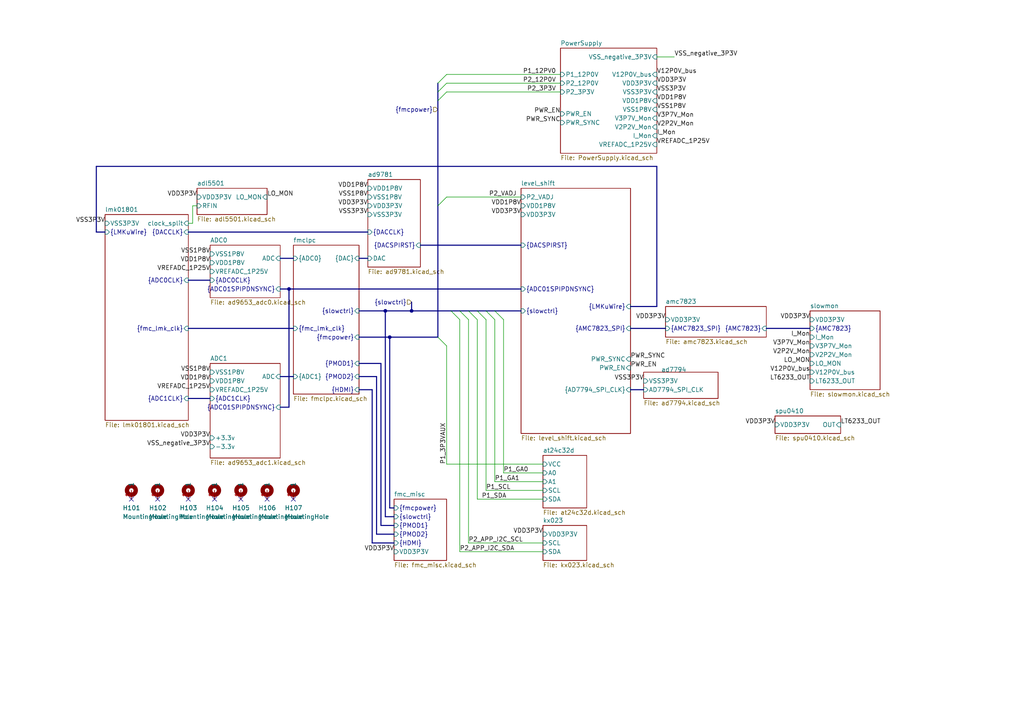
<source format=kicad_sch>
(kicad_sch (version 20231120) (generator "eeschema") (generator_version "8.0")
  (paper "A4")
  (lib_symbols
    (symbol "001_symbol:MountingHole_GH" (pin_names (offset 1.016)) (exclude_from_sim yes) (in_bom no)
      (property "Reference" "H" (at 0 5.08 0))
      (property "Value" "MountingHole_GH" (at 0 3.175 0))
      (symbol "MountingHole_GH_0_1"
        (circle (center 0 0) (radius 1.27) (stroke (width 1.27)))
      )
      (symbol "MountingHole_GH_1_1"
        (pin input line (at 0 -2.54 90) (length 2.54) (name "1") (number "1"))
      )
    )
  )
  (bus_alias "ADC0" (members "ADC0_D0A_N" "ADC0_D0A_P" "ADC0_D0B_N" "ADC0_D0B_P" "ADC0_D0C_N" "ADC0_D0C_P" "ADC0_D0D_N" "ADC0_D0D_P" "ADC0_D1A_N" "ADC0_D1A_P" "ADC0_D1B_N" "ADC0_D1B_P" "ADC0_D1C_N" "ADC0_D1C_P" "ADC0_D1D_N" "ADC0_D1D_P" "ADC0_DCO_N" "ADC0_DCO_P" "ADC0_FCO_N" "ADC0_FCO_P"))
  (bus_alias "ADC01SPIPDNSYNC" (members "ADC0_CSB" "ADC1_CSB" "ADC01_SCLK" "ADC01_SDIO" "ADC01_PDWN" "ADC01_SYNC"))
  (bus_alias "ADC0CLK" (members "ADC0_CLK+" "ADC0_CLK-"))
  (bus_alias "ADC1" (members "ADC1_D0A_N" "ADC1_D0A_P" "ADC1_D0B_N" "ADC1_D0B_P" "ADC1_D0C_N" "ADC1_D0C_P" "ADC1_D0D_N" "ADC1_D0D_P" "ADC1_D1A_N" "ADC1_D1A_P" "ADC1_D1B_N" "ADC1_D1B_P" "ADC1_D1C_N" "ADC1_D1C_P" "ADC1_D1D_N" "ADC1_D1D_P" "ADC1_DCO_N" "ADC1_DCO_P" "ADC1_FCO_N" "ADC1_FCO_P"))
  (bus_alias "ADC1CLK" (members "ADC1_CLK+" "ADC1_CLK-"))
  (bus_alias "AMC7823" (members "CONVERT" "ADC0" "V2P2V_Mon" "V3P7V_Mon" "ADC3" "LT6233_OUT" "LO_MON" "I_Mon" "ADC7" "DAC0" "DAC1" "DAC2" "DAC3" "DAC4" "DAC5" "DAC6" "DAC7" "GPIO0" "GPIO1" "GPIO2" "GPIO3" "GPIO4" "GPIO5" "PRECISION_I_OUTPUT" "EXT_REF_IN"))
  (bus_alias "AMC7823_SPI" (members "SS" "MISO" "MOSI" "SCLK"))
  (bus_alias "DACCLK" (members "DAC_CLKP" "DAC_CLKN"))
  (bus_alias "DACSPIRST" (members "DAC_CSB" "DAC_SCLK" "DAC_SDIO" "DAC_SDO" "DAC_RESET"))
  (junction (at 111.76 90.17))
  (junction (at 83.82 83.82))
  (junction (at 119.38 90.17))
  (junction (at 113.03 97.79))
  (no_connect (at 69.85 144.78))
  (no_connect (at 62.23 144.78))
  (no_connect (at 85.09 144.78))
  (no_connect (at 54.61 144.78))
  (no_connect (at 38.1 144.78))
  (no_connect (at 77.47 144.78))
  (no_connect (at 45.72 144.78))
  (bus_entry (at 135.89 90.17) (size 2.54 2.54))
  (bus_entry (at 127 29.21) (size 2.54 -2.54))
  (bus_entry (at 133.35 90.17) (size 2.54 2.54))
  (bus_entry (at 130.81 90.17) (size 2.54 2.54))
  (bus_entry (at 127 26.67) (size 2.54 -2.54))
  (bus_entry (at 143.51 90.17) (size 2.54 2.54))
  (bus_entry (at 127 97.79) (size 2.54 2.54))
  (bus_entry (at 140.97 90.17) (size 2.54 2.54))
  (bus_entry (at 138.43 90.17) (size 2.54 2.54))
  (bus_entry (at 127 59.69) (size 2.54 -2.54))
  (bus_entry (at 127 24.13) (size 2.54 -2.54))
  (bus (pts (xy 127 97.79) (xy 127 59.69)))
  (bus (pts (xy 130.81 90.17) (xy 133.35 90.17)))
  (bus (pts (xy 113.03 97.79) (xy 127 97.79)))
  (wire (pts (xy 140.97 142.24) (xy 157.48 142.24)))
  (bus (pts (xy 127 26.67) (xy 127 29.21)))
  (bus (pts (xy 83.82 83.82) (xy 151.13 83.82)))
  (bus (pts (xy 119.38 90.17) (xy 130.81 90.17)))
  (wire (pts (xy 140.97 92.71) (xy 140.97 142.24)))
  (bus (pts (xy 143.51 90.17) (xy 151.13 90.17)))
  (bus (pts (xy 81.28 109.22) (xy 85.09 109.22)))
  (bus (pts (xy 54.61 95.25) (xy 85.09 95.25)))
  (wire (pts (xy 138.43 92.71) (xy 138.43 144.78)))
  (bus (pts (xy 133.35 90.17) (xy 135.89 90.17)))
  (bus (pts (xy 190.5 88.9) (xy 190.5 48.26)))
  (wire (pts (xy 133.35 92.71) (xy 133.35 160.02)))
  (bus (pts (xy 104.14 74.93) (xy 106.68 74.93)))
  (bus (pts (xy 127 59.69) (xy 127 29.21)))
  (wire (pts (xy 54.61 64.77) (xy 55.88 64.77)))
  (bus (pts (xy 104.14 109.22) (xy 109.22 109.22)))
  (bus (pts (xy 27.94 67.31) (xy 30.48 67.31)))
  (bus (pts (xy 138.43 90.17) (xy 140.97 90.17)))
  (bus (pts (xy 54.61 115.57) (xy 60.96 115.57)))
  (bus (pts (xy 110.49 105.41) (xy 110.49 152.4)))
  (bus (pts (xy 81.28 74.93) (xy 85.09 74.93)))
  (bus (pts (xy 140.97 90.17) (xy 143.51 90.17)))
  (wire (pts (xy 129.54 26.67) (xy 162.56 26.67)))
  (wire (pts (xy 135.89 92.71) (xy 135.89 157.48)))
  (bus (pts (xy 83.82 118.11) (xy 83.82 83.82)))
  (bus (pts (xy 109.22 154.94) (xy 114.3 154.94)))
  (bus (pts (xy 104.14 90.17) (xy 111.76 90.17)))
  (wire (pts (xy 129.54 134.62) (xy 157.48 134.62)))
  (bus (pts (xy 111.76 90.17) (xy 111.76 149.86)))
  (bus (pts (xy 113.03 147.32) (xy 114.3 147.32)))
  (bus (pts (xy 127 24.13) (xy 127 26.67)))
  (bus (pts (xy 113.03 97.79) (xy 113.03 147.32)))
  (bus (pts (xy 182.88 95.25) (xy 193.04 95.25)))
  (bus (pts (xy 54.61 81.28) (xy 60.96 81.28)))
  (wire (pts (xy 135.89 157.48) (xy 157.48 157.48)))
  (bus (pts (xy 110.49 152.4) (xy 114.3 152.4)))
  (bus (pts (xy 81.28 83.82) (xy 83.82 83.82)))
  (bus (pts (xy 222.25 95.25) (xy 234.95 95.25)))
  (bus (pts (xy 81.28 118.11) (xy 83.82 118.11)))
  (wire (pts (xy 190.5 16.51) (xy 195.58 16.51)))
  (bus (pts (xy 107.95 157.48) (xy 114.3 157.48)))
  (wire (pts (xy 146.05 137.16) (xy 157.48 137.16)))
  (wire (pts (xy 55.88 59.69) (xy 57.15 59.69)))
  (bus (pts (xy 104.14 97.79) (xy 113.03 97.79)))
  (bus (pts (xy 107.95 113.03) (xy 107.95 157.48)))
  (bus (pts (xy 111.76 149.86) (xy 114.3 149.86)))
  (bus (pts (xy 27.94 48.26) (xy 27.94 67.31)))
  (wire (pts (xy 138.43 144.78) (xy 157.48 144.78)))
  (wire (pts (xy 129.54 24.13) (xy 162.56 24.13)))
  (bus (pts (xy 54.61 67.31) (xy 106.68 67.31)))
  (bus (pts (xy 109.22 109.22) (xy 109.22 154.94)))
  (bus (pts (xy 182.88 113.03) (xy 186.69 113.03)))
  (bus (pts (xy 121.92 71.12) (xy 151.13 71.12)))
  (bus (pts (xy 135.89 90.17) (xy 138.43 90.17)))
  (wire (pts (xy 129.54 21.59) (xy 162.56 21.59)))
  (wire (pts (xy 146.05 92.71) (xy 146.05 137.16)))
  (wire (pts (xy 129.54 57.15) (xy 151.13 57.15)))
  (bus (pts (xy 190.5 48.26) (xy 27.94 48.26)))
  (bus (pts (xy 119.38 87.63) (xy 119.38 90.17)))
  (wire (pts (xy 129.54 100.33) (xy 129.54 134.62)))
  (bus (pts (xy 182.88 88.9) (xy 190.5 88.9)))
  (wire (pts (xy 133.35 160.02) (xy 157.48 160.02)))
  (bus (pts (xy 104.14 105.41) (xy 110.49 105.41)))
  (bus (pts (xy 104.14 113.03) (xy 107.95 113.03)))
  (wire (pts (xy 55.88 64.77) (xy 55.88 59.69)))
  (wire (pts (xy 143.51 92.71) (xy 143.51 139.7)))
  (wire (pts (xy 143.51 139.7) (xy 157.48 139.7)))
  (bus (pts (xy 111.76 90.17) (xy 119.38 90.17)))
  (label "P2_VADJ" (at 149.86 57.15 180))
  (label "VDD1P8V" (at 60.96 110.49 180))
  (label "P2_APP_I2C_SDA" (at 133.35 160.02 0))
  (label "V3P7V_Mon" (at 234.95 100.33 180))
  (label "VDD3P3V" (at 57.15 57.15 180))
  (label "P2_APP_I2C_SCL" (at 135.89 157.48 0))
  (label "V2P2V_Mon" (at 190.5 36.83 0))
  (label "VSS1P8V" (at 190.5 31.75 0))
  (label "P2_12P0V" (at 161.29 24.13 180))
  (label "P1_SDA" (at 139.7 144.78 0))
  (label "VSS3P3V" (at 106.68 62.23 180))
  (label "P1_GA0" (at 146.05 137.16 0))
  (label "VSS1P8V" (at 106.68 57.15 180))
  (label "I_Mon" (at 234.95 97.79 180))
  (label "VSS1P8V" (at 60.96 107.95 180))
  (label "VSS_negative_3P3V" (at 60.96 129.54 180))
  (label "VREFADC_1P25V" (at 60.96 78.74 180))
  (label "VSS1P8V" (at 60.96 73.66 180))
  (label "VDD1P8V" (at 60.96 76.2 180))
  (label "VDD3P3V" (at 106.68 59.69 180))
  (label "V12P0V_bus" (at 234.95 107.95 180))
  (label "VDD3P3V" (at 234.95 92.71 180))
  (label "P1_3P3VAUX" (at 129.54 134.62 90))
  (label "VSS3P3V" (at 30.48 64.77 180))
  (label "P1_SCL" (at 140.97 142.24 0))
  (label "VSS_negative_3P3V" (at 195.58 16.51 0))
  (label "VDD1P8V" (at 190.5 29.21 0))
  (label "LT6233_OUT" (at 243.84 123.19 0))
  (label "VDD3P3V" (at 151.13 62.23 180))
  (label "VREFADC_1P25V" (at 190.5 41.91 0))
  (label "VDD1P8V" (at 106.68 54.61 180))
  (label "PWR_EN" (at 182.88 106.68 0))
  (label "LT6233_OUT" (at 234.95 110.49 180))
  (label "V12P0V_bus" (at 190.5 21.59 0))
  (label "I_Mon" (at 190.5 39.37 0))
  (label "P1_12PV0" (at 161.29 21.59 180))
  (label "PWR_EN" (at 162.56 33.02 180))
  (label "VDD3P3V" (at 193.04 92.71 180))
  (label "VDD3P3V" (at 224.79 123.19 180))
  (label "VREFADC_1P25V" (at 60.96 113.03 180))
  (label "LO_MON" (at 234.95 105.41 180))
  (label "PWR_SYNC" (at 162.56 35.56 180))
  (label "VSS3P3V" (at 186.69 110.49 180))
  (label "P2_3P3V" (at 161.29 26.67 180))
  (label "P1_GA1" (at 143.51 139.7 0))
  (label "VDD3P3V" (at 190.5 24.13 0))
  (label "VSS3P3V" (at 190.5 26.67 0))
  (label "V2P2V_Mon" (at 234.95 102.87 180))
  (label "VDD3P3V" (at 60.96 127 180))
  (label "LO_MON" (at 77.47 57.15 0))
  (label "V3P7V_Mon" (at 190.5 34.29 0))
  (label "PWR_SYNC" (at 182.88 104.14 0))
  (label "VDD3P3V" (at 157.48 154.94 180))
  (label "VDD3P3V" (at 114.3 160.02 180))
  (label "VDD1P8V" (at 151.13 59.69 180))
  (hierarchical_label "{fmcpower}" (shape input) (at 127 31.75 180))
  (hierarchical_label "{slowctrl}" (shape input) (at 119.38 87.63 180))
  (symbol (lib_id "001_symbol:MountingHole_GH") (at 45.72 142.24 0) (unit 1) (exclude_from_sim yes) (in_bom no)
    (property "Reference" "H102" (at 43.18 147.32 0) (effects (justify left)))
    (property "Value" "MountingHole" (at 43.18 149.86 0) (effects (justify left)))
    (property "Footprint" "001_download:MountingHole_digitizer" (effects (hide yes)))
    (property "Description" "Mounting Hole without connection" (effects (hide yes)))
  )
  (symbol (lib_id "001_symbol:MountingHole_GH") (at 38.1 142.24 0) (unit 1) (exclude_from_sim yes) (in_bom no)
    (property "Reference" "H101" (at 35.56 147.32 0) (effects (justify left)))
    (property "Value" "MountingHole" (at 35.56 149.86 0) (effects (justify left)))
    (property "Footprint" "001_download:MountingHole_digitizer" (effects (hide yes)))
    (property "Description" "Mounting Hole without connection" (effects (hide yes)))
  )
  (symbol (lib_id "001_symbol:MountingHole_GH") (at 85.09 142.24 0) (unit 1) (exclude_from_sim yes) (in_bom no)
    (property "Reference" "H107" (at 82.55 147.32 0) (effects (justify left)))
    (property "Value" "MountingHole" (at 82.55 149.86 0) (effects (justify left)))
    (property "Footprint" "001_download:MountingHole_digitizer" (effects (hide yes)))
    (property "Description" "Mounting Hole without connection" (effects (hide yes)))
  )
  (symbol (lib_id "001_symbol:MountingHole_GH") (at 69.85 142.24 0) (unit 1) (exclude_from_sim yes) (in_bom no)
    (property "Reference" "H105" (at 67.31 147.32 0) (effects (justify left)))
    (property "Value" "MountingHole" (at 67.31 149.86 0) (effects (justify left)))
    (property "Footprint" "001_download:MountingHole_digitizer" (effects (hide yes)))
    (property "Description" "Mounting Hole without connection" (effects (hide yes)))
  )
  (symbol (lib_id "001_symbol:MountingHole_GH") (at 77.47 142.24 0) (unit 1) (exclude_from_sim yes) (in_bom no)
    (property "Reference" "H106" (at 74.93 147.32 0) (effects (justify left)))
    (property "Value" "MountingHole" (at 74.93 149.86 0) (effects (justify left)))
    (property "Footprint" "001_download:MountingHole_digitizer" (effects (hide yes)))
    (property "Description" "Mounting Hole without connection" (effects (hide yes)))
  )
  (symbol (lib_id "001_symbol:MountingHole_GH") (at 54.61 142.24 0) (unit 1) (exclude_from_sim yes) (in_bom no)
    (property "Reference" "H103" (at 52.07 147.32 0) (effects (justify left)))
    (property "Value" "MountingHole" (at 52.07 149.86 0) (effects (justify left)))
    (property "Footprint" "001_download:MountingHole_digitizer" (effects (hide yes)))
    (property "Description" "Mounting Hole without connection" (effects (hide yes)))
  )
  (symbol (lib_id "001_symbol:MountingHole_GH") (at 62.23 142.24 0) (unit 1) (exclude_from_sim yes) (in_bom no)
    (property "Reference" "H104" (at 59.69 147.32 0) (effects (justify left)))
    (property "Value" "MountingHole" (at 59.69 149.86 0) (effects (justify left)))
    (property "Footprint" "001_download:MountingHole_digitizer" (effects (hide yes)))
    (property "Description" "Mounting Hole without connection" (effects (hide yes)))
  )
  (sheet (at 60.96 71.12) (size 20.32 15.24) (stroke (width 0.1524))
    (property "Sheetname" "ADC0" (at 60.96 70.4084 0) (effects (justify left bottom)))
    (property "Sheetfile" "ad9653_adc0.kicad_sch" (at 60.96 86.9446 0) (effects (justify left top)))
    (pin "ADC" input (at 81.28 74.93 0))
    (pin "VSS1P8V" input (at 60.96 73.66 180))
    (pin "VDD1P8V" input (at 60.96 76.2 180))
    (pin "{ADC0CLK}" input (at 60.96 81.28 180))
    (pin "VREFADC_1P25V" input (at 60.96 78.74 180))
    (pin "{ADC01SPIPDNSYNC}" input (at 81.28 83.82 0))
  )
  (sheet (at 60.96 105.41) (size 20.32 27.432) (stroke (width 0.1524))
    (property "Sheetname" "ADC1" (at 60.96 104.6984 0) (effects (justify left bottom)))
    (property "Sheetfile" "ad9653_adc1.kicad_sch" (at 60.96 133.4266 0) (effects (justify left top)))
    (pin "ADC" input (at 81.28 109.22 0))
    (pin "VSS1P8V" input (at 60.96 107.95 180))
    (pin "VDD1P8V" input (at 60.96 110.49 180))
    (pin "{ADC1CLK}" input (at 60.96 115.57 180))
    (pin "VREFADC_1P25V" input (at 60.96 113.03 180))
    (pin "{ADC01SPIPDNSYNC}" input (at 81.28 118.11 0))
    (pin "+3.3v" input (at 60.96 127 180))
    (pin "-3.3v" input (at 60.96 129.54 180))
  )
  (sheet (at 162.56 13.97) (size 27.94 30.48) (stroke (width 0.1524))
    (property "Sheetname" "PowerSupply" (at 162.56 13.2584 0) (effects (justify left bottom)))
    (property "Sheetfile" "PowerSupply.kicad_sch" (at 162.56 45.0346 0) (effects (justify left top)))
    (pin "V12P0V_bus" input (at 190.5 21.59 0))
    (pin "P2_12P0V" input (at 162.56 24.13 180))
    (pin "P2_3P3V" input (at 162.56 26.67 180))
    (pin "P1_12P0V" input (at 162.56 21.59 180))
    (pin "VDD3P3V" input (at 190.5 24.13 0))
    (pin "V2P2V_Mon" input (at 190.5 36.83 0))
    (pin "I_Mon" input (at 190.5 39.37 0))
    (pin "PWR_EN" input (at 162.56 33.02 180))
    (pin "PWR_SYNC" input (at 162.56 35.56 180))
    (pin "VSS1P8V" input (at 190.5 31.75 0))
    (pin "V3P7V_Mon" input (at 190.5 34.29 0))
    (pin "VSS3P3V" input (at 190.5 26.67 0))
    (pin "VDD1P8V" input (at 190.5 29.21 0))
    (pin "VREFADC_1P25V" input (at 190.5 41.91 0))
    (pin "VSS_negative_3P3V" input (at 190.5 16.51 0))
  )
  (sheet (at 186.69 107.95) (size 21.59 7.62) (stroke (width 0.1524))
    (property "Sheetname" "ad7794" (at 191.77 107.95 0) (effects (justify left bottom)))
    (property "Sheetfile" "ad7794.kicad_sch" (at 186.69 116.1546 0) (effects (justify left top)))
    (pin "VSS3P3V" input (at 186.69 110.49 180))
    (pin "AD7794_SPI_CLK" input (at 186.69 113.03 180))
  )
  (sheet (at 106.68 52.07) (size 15.24 25.4) (stroke (width 0.1524))
    (property "Sheetname" "ad9781" (at 106.68 51.3584 0) (effects (justify left bottom)))
    (property "Sheetfile" "ad9781.kicad_sch" (at 106.68 78.0546 0) (effects (justify left top)))
    (pin "DAC" input (at 106.68 74.93 180))
    (pin "VDD1P8V" input (at 106.68 54.61 180))
    (pin "VDD3P3V" input (at 106.68 59.69 180))
    (pin "VSS1P8V" input (at 106.68 57.15 180))
    (pin "VSS3P3V" input (at 106.68 62.23 180))
    (pin "{DACCLK}" input (at 106.68 67.31 180))
    (pin "{DACSPIRST}" input (at 121.92 71.12 0))
  )
  (sheet (at 57.15 54.61) (size 20.32 7.62) (stroke (width 0.1524))
    (property "Sheetname" "adl5501" (at 57.15 53.8984 0) (effects (justify left bottom)))
    (property "Sheetfile" "adl5501.kicad_sch" (at 57.15 62.8146 0) (effects (justify left top)))
    (pin "RFIN" input (at 57.15 59.69 180))
    (pin "VDD3P3V" input (at 57.15 57.15 180))
    (pin "LO_MON" input (at 77.47 57.15 0))
  )
  (sheet (at 193.04 88.9) (size 29.21 8.89) (stroke (width 0.1524))
    (property "Sheetname" "amc7823" (at 193.04 88.1884 0) (effects (justify left bottom)))
    (property "Sheetfile" "amc7823.kicad_sch" (at 193.04 98.3746 0) (effects (justify left top)))
    (pin "VDD3P3V" input (at 193.04 92.71 180))
    (pin "{AMC7823_SPI}" input (at 193.04 95.25 180))
    (pin "{AMC7823}" input (at 222.25 95.25 0))
  )
  (sheet (at 157.48 132.08) (size 12.7 15.24) (stroke (width 0.1524))
    (property "Sheetname" "at24c32d" (at 157.48 131.3684 0) (effects (justify left bottom)))
    (property "Sheetfile" "at24c32d.kicad_sch" (at 157.48 147.9046 0) (effects (justify left top)))
    (pin "SCL" input (at 157.48 142.24 180))
    (pin "SDA" input (at 157.48 144.78 180))
    (pin "A0" input (at 157.48 137.16 180))
    (pin "A1" input (at 157.48 139.7 180))
    (pin "VCC" input (at 157.48 134.62 180))
  )
  (sheet (at 114.3 144.78) (size 15.24 17.78) (stroke (width 0.1524))
    (property "Sheetname" "fmc_misc" (at 114.3 144.0684 0) (effects (justify left bottom)))
    (property "Sheetfile" "fmc_misc.kicad_sch" (at 114.3 163.1446 0) (effects (justify left top)))
    (pin "{slowctrl}" input (at 114.3 149.86 180))
    (pin "{fmcpower}" input (at 114.3 147.32 180))
    (pin "{PMOD1}" input (at 114.3 152.4 180))
    (pin "{HDMI}" input (at 114.3 157.48 180))
    (pin "{PMOD2}" input (at 114.3 154.94 180))
    (pin "VDD3P3V" input (at 114.3 160.02 180))
  )
  (sheet (at 85.09 71.12) (size 19.05 43.18) (stroke (width 0.1524))
    (property "Sheetname" "fmclpc" (at 85.09 70.4084 0) (effects (justify left bottom)))
    (property "Sheetfile" "fmclpc.kicad_sch" (at 85.09 114.8846 0) (effects (justify left top)))
    (pin "{slowctrl}" input (at 104.14 90.17 0))
    (pin "{PMOD2}" input (at 104.14 109.22 0))
    (pin "{fmcpower}" input (at 104.14 97.79 0))
    (pin "{DAC}" input (at 104.14 74.93 0))
    (pin "{HDMI}" input (at 104.14 113.03 0))
    (pin "{fmc_lmk_clk}" input (at 85.09 95.25 180))
    (pin "{ADC1}" input (at 85.09 109.22 180))
    (pin "{ADC0}" input (at 85.09 74.93 180))
    (pin "{PMOD1}" input (at 104.14 105.41 0))
  )
  (sheet (at 157.48 152.4) (size 12.7 10.16) (stroke (width 0.1524))
    (property "Sheetname" "kx023" (at 157.48 151.6884 0) (effects (justify left bottom)))
    (property "Sheetfile" "kx023.kicad_sch" (at 157.48 163.1446 0) (effects (justify left top)))
    (pin "VDD3P3V" input (at 157.48 154.94 180))
    (pin "SCL" input (at 157.48 157.48 180))
    (pin "SDA" input (at 157.48 160.02 180))
  )
  (sheet (at 151.13 54.61) (size 31.75 71.12) (stroke (width 0.1524))
    (property "Sheetname" "level_shift" (at 151.13 53.8984 0) (effects (justify left bottom)))
    (property "Sheetfile" "level_shift.kicad_sch" (at 151.13 126.3146 0) (effects (justify left top)))
    (pin "{slowctrl}" input (at 151.13 90.17 180))
    (pin "P2_VADJ" input (at 151.13 57.15 180))
    (pin "VDD1P8V" input (at 151.13 59.69 180))
    (pin "{DACSPIRST}" input (at 151.13 71.12 180))
    (pin "{AMC7823_SPI}" input (at 182.88 95.25 0))
    (pin "{AD7794_SPI_CLK}" input (at 182.88 113.03 0))
    (pin "PWR_SYNC" input (at 182.88 104.14 0))
    (pin "PWR_EN" input (at 182.88 106.68 0))
    (pin "{LMKuWire}" input (at 182.88 88.9 0))
    (pin "VDD3P3V" input (at 151.13 62.23 180))
    (pin "{ADC01SPIPDNSYNC}" input (at 151.13 83.82 180))
  )
  (sheet (at 30.48 62.23) (size 24.13 59.69) (stroke (width 0.1524))
    (property "Sheetname" "lmk01801" (at 30.48 61.5184 0) (effects (justify left bottom)))
    (property "Sheetfile" "lmk01801.kicad_sch" (at 30.48 122.5046 0) (effects (justify left top)))
    (pin "VSS3P3V" input (at 30.48 64.77 180))
    (pin "clock_split" input (at 54.61 64.77 0))
    (pin "{DACCLK}" input (at 54.61 67.31 0))
    (pin "{LMKuWire}" input (at 30.48 67.31 180))
    (pin "{ADC0CLK}" input (at 54.61 81.28 0))
    (pin "{fmc_lmk_clk}" input (at 54.61 95.25 0))
    (pin "{ADC1CLK}" input (at 54.61 115.57 0))
  )
  (sheet (at 234.95 90.17) (size 20.32 22.86) (stroke (width 0.1524))
    (property "Sheetname" "slowmon" (at 234.95 89.4584 0) (effects (justify left bottom)))
    (property "Sheetfile" "slowmon.kicad_sch" (at 234.95 113.6146 0) (effects (justify left top)))
    (pin "VDD3P3V" input (at 234.95 92.71 180))
    (pin "I_Mon" input (at 234.95 97.79 180))
    (pin "V3P7V_Mon" input (at 234.95 100.33 180))
    (pin "V2P2V_Mon" input (at 234.95 102.87 180))
    (pin "LO_MON" input (at 234.95 105.41 180))
    (pin "V12P0V_bus" input (at 234.95 107.95 180))
    (pin "LT6233_OUT" input (at 234.95 110.49 180))
    (pin "{AMC7823}" input (at 234.95 95.25 180))
  )
  (sheet (at 224.79 120.65) (size 19.05 5.08) (stroke (width 0.1524))
    (property "Sheetname" "spu0410" (at 224.79 119.9384 0) (effects (justify left bottom)))
    (property "Sheetfile" "spu0410.kicad_sch" (at 224.79 126.3146 0) (effects (justify left top)))
    (pin "VDD3P3V" input (at 224.79 123.19 180))
    (pin "OUT" input (at 243.84 123.19 0))
  )
)
</source>
